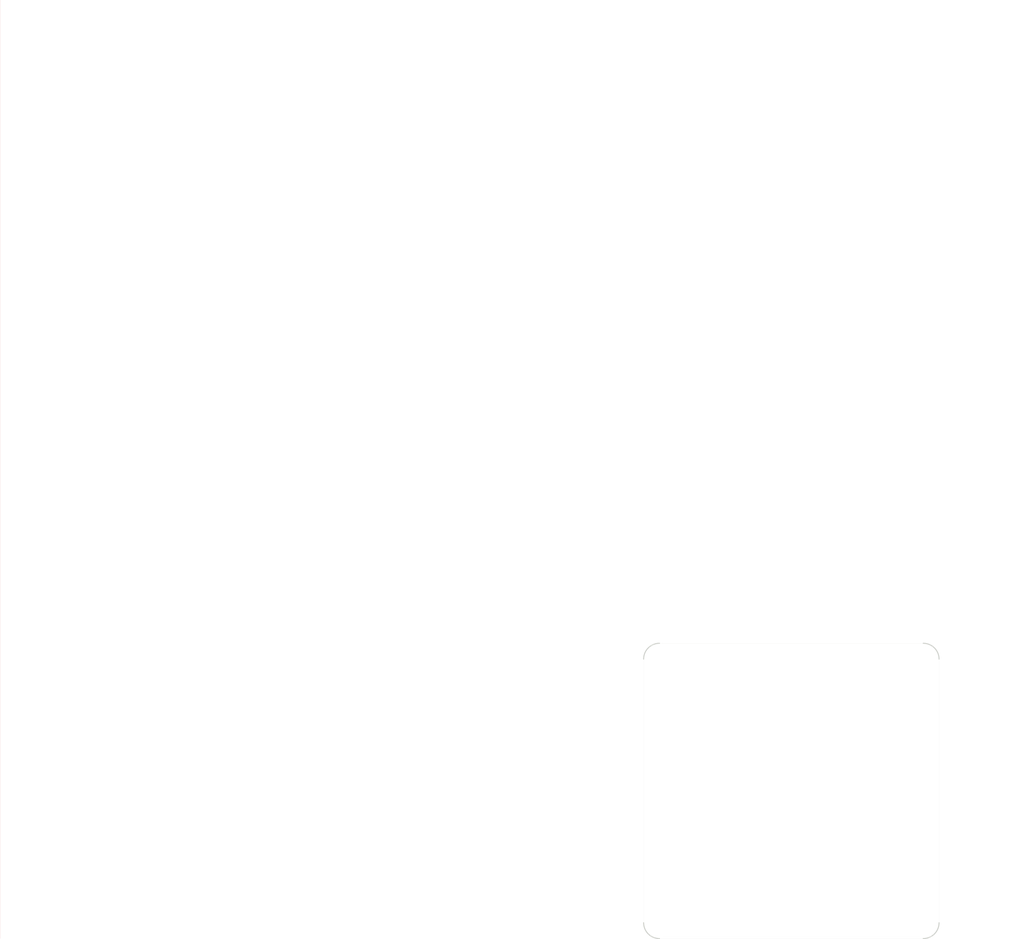
<source format=kicad_pcb>
(kicad_pcb (version 20211014) (generator pcbnew)
  (title_block (title "BOARD_NAME") (date "2022-06-23") (rev "1.0.0") (company "Michael W. Lloyd"))
  (layers (0 "F.Cu" mixed) (1 "In1.Cu" power) (2 "In2.Cu" power) (31 "B.Cu" mixed) (34 "B.Paste" user) (35 "F.Paste" user) (36 "B.SilkS" user "B.Silkscreen") (37 "F.SilkS" user "F.Silkscreen") (38 "B.Mask" user) (39 "F.Mask" user) (44 "Edge.Cuts" user))
  (property "--x" "→")
  (property "Delta" "Δ")
  (property "MR" "MΩ")
  (property "O" "Ω")
  (property "R" "Ω")
  (property "alpha" "α")
  (property "beta" "β")
  (property "delta" "δ")
  (property "diameter" "⌀")
  (property "footnote" "†")
  (property "frog" "🐸")
  (property "kR" "kΩ")
  (property "mR" "mΩ")
  (property "pi" "π")
  (property "uF" "μF")
  (property "uH" "μH")
  (property "uf" "μF")
  (property "uh" "μH")
  (property "x--" "←")
  (net 0 "")
  (footprint "MountingHole:MountingHole_3.2mm_M3_ISO14580" (layer "F.Cu") (at 125 125)
    (fp_text reference "M_TL" hide)
    (fp_text value "MountingHole_3.2mm_M3_ISO14580" hide)
    (pad "" np_thru_hole circle locked (at 0 0) (size 3.2 3.2) (drill 3.2) (layers *.Cu *.Mask))
  )
  (footprint "MountingHole:MountingHole_3.2mm_M3_ISO14580" (layer "F.Cu") (at 175 175)
    (fp_text reference "M_BR" hide)
    (fp_text value "MountingHole_3.2mm_M3_ISO14580" hide)
    (pad "" np_thru_hole circle locked (at 0 0) (size 3.2 3.2) (drill 3.2) (layers *.Cu *.Mask))
  )
  (footprint "MountingHole:MountingHole_3.2mm_M3_ISO14580" (layer "F.Cu") (at 175 125)
    (fp_text reference "M_TR" hide)
    (fp_text value "MountingHole_3.2mm_M3_ISO14580" hide)
    (pad "" np_thru_hole circle locked (at 0 0) (size 3.2 3.2) (drill 3.2) (layers *.Cu *.Mask))
  )
  (footprint "MountingHole:MountingHole_3.2mm_M3_ISO14580" (layer "F.Cu") (at 125 175.000001)
    (fp_text reference "M_BL" hide)
    (fp_text value "MountingHole_3.2mm_M3_ISO14580" hide)
    (pad "" np_thru_hole circle locked (at 0 0) (size 3.2 3.2) (drill 3.2) (layers *.Cu *.Mask))
  )
  (gr_rect (start 0 0) (end 0 178) (layer "F.Cu") (width 0.01) (fill none))
  (gr_line (start 175 178) (end 125 178) (layer "Edge.Cuts") (width 0.01))
  (gr_line (start 175 122) (end 125 122) (layer "Edge.Cuts") (width 0.01))
  (gr_arc locked (start 178 175) (mid 177.12132 177.12132) (end 175 178) (layer "Edge.Cuts") (width 0.2))
  (gr_line (start 178 175) (end 178 125) (layer "Edge.Cuts") (width 0.01))
  (gr_arc locked (start 125 178) (mid 122.87868 177.121321) (end 122.000001 175.000001) (layer "Edge.Cuts") (width 0.2))
  (gr_line (start 122 125) (end 122.000001 175.000001) (layer "Edge.Cuts") (width 0.01))
  (gr_arc locked (start 122 125) (mid 122.87868 122.87868) (end 125 122) (layer "Edge.Cuts") (width 0.2))
  (gr_arc locked (start 175 122) (mid 177.12132 122.87868) (end 178 125) (layer "Edge.Cuts") (width 0.2))
)
</source>
